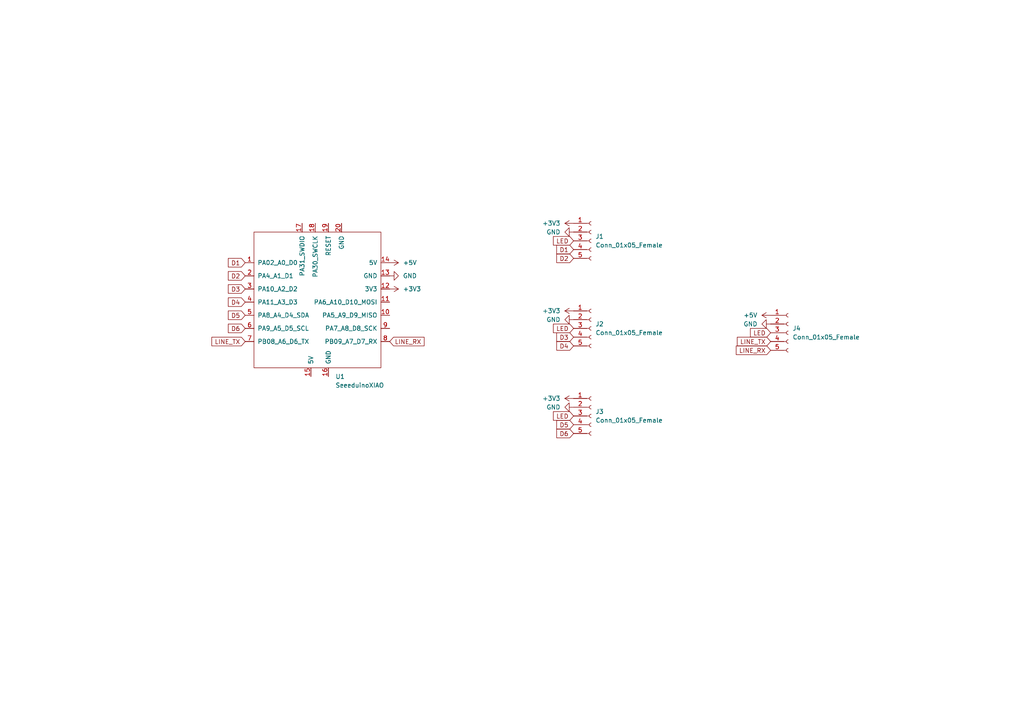
<source format=kicad_sch>
(kicad_sch (version 20230121) (generator eeschema)
  (paper "A4")
  (lib_symbols
    (symbol "Connector:Conn_01x05_Female" (pin_names (offset 1.016) hide)
      (property "Reference" "J" (at 0 7.62 0))
      (property "Value" "Conn_01x05_Female" (at 0 -7.62 0))
      (symbol "Conn_01x05_Female_1_1"
        (arc (start 0 -4.572) (mid -0.5058 -5.08) (end 0 -5.588) (stroke (width 0.1524)))
        (arc (start 0 -2.032) (mid -0.5058 -2.54) (end 0 -3.048) (stroke (width 0.1524)))
        (polyline (pts (xy -1.27 -5.08) (xy -0.508 -5.08)) (stroke (width 0.1524)))
        (polyline (pts (xy -1.27 -2.54) (xy -0.508 -2.54)) (stroke (width 0.1524)))
        (polyline (pts (xy -1.27 0) (xy -0.508 0)) (stroke (width 0.1524)))
        (polyline (pts (xy -1.27 2.54) (xy -0.508 2.54)) (stroke (width 0.1524)))
        (polyline (pts (xy -1.27 5.08) (xy -0.508 5.08)) (stroke (width 0.1524)))
        (arc (start 0 0.508) (mid -0.5058 0) (end 0 -0.508) (stroke (width 0.1524)))
        (arc (start 0 3.048) (mid -0.5058 2.54) (end 0 2.032) (stroke (width 0.1524)))
        (arc (start 0 5.588) (mid -0.5058 5.08) (end 0 4.572) (stroke (width 0.1524)))
        (pin passive line (at -5.08 5.08 0) (length 3.81) (name "Pin_1") (number "1"))
        (pin passive line (at -5.08 2.54 0) (length 3.81) (name "Pin_2") (number "2"))
        (pin passive line (at -5.08 0 0) (length 3.81) (name "Pin_3") (number "3"))
        (pin passive line (at -5.08 -2.54 0) (length 3.81) (name "Pin_4") (number "4"))
        (pin passive line (at -5.08 -5.08 0) (length 3.81) (name "Pin_5") (number "5"))
      )
    )
    (symbol "Seeeduino XIAO:SeeeduinoXIAO" (pin_names (offset 1.016))
      (property "Reference" "U" (at -19.05 22.86 0))
      (property "Value" "SeeeduinoXIAO" (at -12.7 21.59 0))
      (symbol "SeeeduinoXIAO_0_1"
        (rectangle (start -19.05 20.32) (end 17.78 -19.05))
      )
      (symbol "SeeeduinoXIAO_1_1"
        (pin unspecified line (at -21.59 11.43 0) (length 2.54) (name "PA02_A0_D0") (number "1"))
        (pin unspecified line (at 20.32 -3.81 180) (length 2.54) (name "PA5_A9_D9_MISO") (number "10"))
        (pin unspecified line (at 20.32 0 180) (length 2.54) (name "PA6_A10_D10_MOSI") (number "11"))
        (pin unspecified line (at 20.32 3.81 180) (length 2.54) (name "3V3") (number "12"))
        (pin unspecified line (at 20.32 7.62 180) (length 2.54) (name "GND") (number "13"))
        (pin unspecified line (at 20.32 11.43 180) (length 2.54) (name "5V") (number "14"))
        (pin input line (at -2.54 -21.59 90) (length 2.54) (name "5V") (number "15"))
        (pin input line (at 2.54 -21.59 90) (length 2.54) (name "GND") (number "16"))
        (pin input line (at -5.08 22.86 270) (length 2.54) (name "PA31_SWDIO") (number "17"))
        (pin input line (at -1.27 22.86 270) (length 2.54) (name "PA30_SWCLK") (number "18"))
        (pin input line (at 2.54 22.86 270) (length 2.54) (name "RESET") (number "19"))
        (pin unspecified line (at -21.59 7.62 0) (length 2.54) (name "PA4_A1_D1") (number "2"))
        (pin input line (at 6.35 22.86 270) (length 2.54) (name "GND") (number "20"))
        (pin unspecified line (at -21.59 3.81 0) (length 2.54) (name "PA10_A2_D2") (number "3"))
        (pin unspecified line (at -21.59 0 0) (length 2.54) (name "PA11_A3_D3") (number "4"))
        (pin unspecified line (at -21.59 -3.81 0) (length 2.54) (name "PA8_A4_D4_SDA") (number "5"))
        (pin unspecified line (at -21.59 -7.62 0) (length 2.54) (name "PA9_A5_D5_SCL") (number "6"))
        (pin unspecified line (at -21.59 -11.43 0) (length 2.54) (name "PB08_A6_D6_TX") (number "7"))
        (pin unspecified line (at 20.32 -11.43 180) (length 2.54) (name "PB09_A7_D7_RX") (number "8"))
        (pin unspecified line (at 20.32 -7.62 180) (length 2.54) (name "PA7_A8_D8_SCK") (number "9"))
      )
    )
    (symbol "power:+3V3" (power) (pin_names (offset 0))
      (property "Value" "+3V3" (at 0 3.556 0))
      (symbol "+3V3_0_1"
        (polyline (pts (xy -0.762 1.27) (xy 0 2.54)))
        (polyline (pts (xy 0 0) (xy 0 2.54)))
        (polyline (pts (xy 0 2.54) (xy 0.762 1.27)))
      )
      (symbol "+3V3_1_1"
        (pin power_in line (at 0 0 90) (length 0) hide (name "+3V3") (number "1"))
      )
    )
    (symbol "power:+5V" (power) (pin_names (offset 0))
      (property "Value" "+5V" (at 0 3.556 0))
      (symbol "+5V_0_1"
        (polyline (pts (xy -0.762 1.27) (xy 0 2.54)))
        (polyline (pts (xy 0 0) (xy 0 2.54)))
        (polyline (pts (xy 0 2.54) (xy 0.762 1.27)))
      )
      (symbol "+5V_1_1"
        (pin power_in line (at 0 0 90) (length 0) hide (name "+5V") (number "1"))
      )
    )
    (symbol "power:GND" (power) (pin_names (offset 0))
      (property "Value" "GND" (at 0 -3.81 0))
      (symbol "GND_0_1"
        (polyline (pts (xy 0 0) (xy 0 -1.27) (xy 1.27 -1.27) (xy 0 -2.54) (xy -1.27 -1.27) (xy 0 -1.27)))
      )
      (symbol "GND_1_1"
        (pin power_in line (at 0 0 270) (length 0) hide (name "GND") (number "1"))
      )
    )
  )
  (global_label "LINE_TX" (shape input) (at 71.12 99.06 180) (property "Intersheetrefs" "${INTERSHEET_REFS}" (effects hide)))
  (global_label "D2" (shape input) (at 166.37 74.93 180) (property "Intersheetrefs" "${INTERSHEET_REFS}" (effects hide)))
  (global_label "D3" (shape input) (at 71.12 83.82 180) (property "Intersheetrefs" "${INTERSHEET_REFS}" (effects hide)))
  (global_label "LED" (shape input) (at 166.37 120.65 180) (property "Intersheetrefs" "${INTERSHEET_REFS}" (effects hide)))
  (global_label "D3" (shape input) (at 166.37 97.79 180) (property "Intersheetrefs" "${INTERSHEET_REFS}" (effects hide)))
  (global_label "D1" (shape input) (at 71.12 76.2 180) (property "Intersheetrefs" "${INTERSHEET_REFS}" (effects hide)))
  (global_label "LED" (shape input) (at 223.52 96.52 180) (property "Intersheetrefs" "${INTERSHEET_REFS}" (effects hide)))
  (global_label "LED" (shape input) (at 166.37 69.85 180) (property "Intersheetrefs" "${INTERSHEET_REFS}" (effects hide)))
  (global_label "LINE_RX" (shape input) (at 223.52 101.6 180) (property "Intersheetrefs" "${INTERSHEET_REFS}" (effects hide)))
  (global_label "D4" (shape input) (at 71.12 87.63 180) (property "Intersheetrefs" "${INTERSHEET_REFS}" (effects hide)))
  (global_label "LINE_RX" (shape input) (at 113.03 99.06 0) (property "Intersheetrefs" "${INTERSHEET_REFS}" (effects hide)))
  (global_label "D2" (shape input) (at 71.12 80.01 180) (property "Intersheetrefs" "${INTERSHEET_REFS}" (effects hide)))
  (global_label "LINE_TX" (shape input) (at 223.52 99.06 180) (property "Intersheetrefs" "${INTERSHEET_REFS}" (effects hide)))
  (global_label "LED" (shape input) (at 166.37 95.25 180) (property "Intersheetrefs" "${INTERSHEET_REFS}" (effects hide)))
  (global_label "D5" (shape input) (at 166.37 123.19 180) (property "Intersheetrefs" "${INTERSHEET_REFS}" (effects hide)))
  (global_label "D6" (shape input) (at 71.12 95.25 180) (property "Intersheetrefs" "${INTERSHEET_REFS}" (effects hide)))
  (global_label "D1" (shape input) (at 166.37 72.39 180) (property "Intersheetrefs" "${INTERSHEET_REFS}" (effects hide)))
  (global_label "D4" (shape input) (at 166.37 100.33 180) (property "Intersheetrefs" "${INTERSHEET_REFS}" (effects hide)))
  (global_label "D5" (shape input) (at 71.12 91.44 180) (property "Intersheetrefs" "${INTERSHEET_REFS}" (effects hide)))
  (global_label "D6" (shape input) (at 166.37 125.73 180) (property "Intersheetrefs" "${INTERSHEET_REFS}" (effects hide)))
  (symbol (lib_id "Connector:Conn_01x05_Female") (at 171.45 69.85 0) (unit 1)
    (property "Reference" "J1" (at 172.72 68.5799 0) (effects (justify left)))
    (property "Value" "Conn_01x05_Female" (at 172.72 71.1199 0) (effects (justify left)))
    (property "Footprint" "Connector_PinSocket_2.54mm:PinSocket_1x05_P2.54mm_Horizontal" (effects hide))
  )
  (symbol (lib_id "Seeeduino XIAO:SeeeduinoXIAO") (at 92.71 87.63 0) (unit 1)
    (property "Reference" "U1" (at 97.2694 109.22 0) (effects (justify left)))
    (property "Value" "SeeeduinoXIAO" (at 97.2694 111.76 0) (effects (justify left)))
    (property "Footprint" "Seeeduino XIAO KICAD:Seeeduino XIAO-MOUDLE14P-2.54-21X17.8MM" (effects hide))
  )
  (symbol (lib_id "power:GND") (at 166.37 67.31 270) (unit 1)
    (property "Reference" "#PWR05" (effects hide))
    (property "Value" "GND" (at 162.56 67.3099 90) (effects (justify right)))
  )
  (symbol (lib_id "power:+5V") (at 113.03 76.2 270) (unit 1)
    (property "Reference" "#PWR01" (effects hide))
    (property "Value" "+5V" (at 116.84 76.1999 90) (effects (justify left)))
  )
  (symbol (lib_id "power:+3V3") (at 113.03 83.82 270) (unit 1)
    (property "Reference" "#PWR03" (effects hide))
    (property "Value" "+3V3" (at 116.84 83.8199 90) (effects (justify left)))
  )
  (symbol (lib_id "power:+3V3") (at 166.37 90.17 90) (unit 1)
    (property "Reference" "#PWR06" (effects hide))
    (property "Value" "+3V3" (at 162.56 90.1699 90) (effects (justify left)))
  )
  (symbol (lib_id "power:+3V3") (at 166.37 115.57 90) (unit 1)
    (property "Reference" "#PWR08" (effects hide))
    (property "Value" "+3V3" (at 162.56 115.5699 90) (effects (justify left)))
  )
  (symbol (lib_id "power:GND") (at 113.03 80.01 90) (unit 1)
    (property "Reference" "#PWR02" (effects hide))
    (property "Value" "GND" (at 116.84 80.0099 90) (effects (justify right)))
  )
  (symbol (lib_id "power:+5V") (at 223.52 91.44 90) (unit 1)
    (property "Reference" "#PWR010" (effects hide))
    (property "Value" "+5V" (at 219.71 91.4399 90) (effects (justify left)))
  )
  (symbol (lib_id "Connector:Conn_01x05_Female") (at 228.6 96.52 0) (unit 1)
    (property "Reference" "J4" (at 229.87 95.2499 0) (effects (justify left)))
    (property "Value" "Conn_01x05_Female" (at 229.87 97.7899 0) (effects (justify left)))
    (property "Footprint" "Connector_PinSocket_2.54mm:PinSocket_1x05_P2.54mm_Horizontal" (effects hide))
  )
  (symbol (lib_id "power:+3V3") (at 166.37 64.77 90) (unit 1)
    (property "Reference" "#PWR04" (effects hide))
    (property "Value" "+3V3" (at 162.56 64.7699 90) (effects (justify left)))
  )
  (symbol (lib_id "Connector:Conn_01x05_Female") (at 171.45 120.65 0) (unit 1)
    (property "Reference" "J3" (at 172.72 119.3799 0) (effects (justify left)))
    (property "Value" "Conn_01x05_Female" (at 172.72 121.9199 0) (effects (justify left)))
    (property "Footprint" "Connector_PinSocket_2.54mm:PinSocket_1x05_P2.54mm_Horizontal" (effects hide))
  )
  (symbol (lib_id "power:GND") (at 166.37 118.11 270) (unit 1)
    (property "Reference" "#PWR09" (effects hide))
    (property "Value" "GND" (at 162.56 118.1099 90) (effects (justify right)))
  )
  (symbol (lib_id "power:GND") (at 223.52 93.98 270) (unit 1)
    (property "Reference" "#PWR011" (effects hide))
    (property "Value" "GND" (at 219.71 93.9799 90) (effects (justify right)))
  )
  (symbol (lib_id "Connector:Conn_01x05_Female") (at 171.45 95.25 0) (unit 1)
    (property "Reference" "J2" (at 172.72 93.9799 0) (effects (justify left)))
    (property "Value" "Conn_01x05_Female" (at 172.72 96.5199 0) (effects (justify left)))
    (property "Footprint" "Connector_PinSocket_2.54mm:PinSocket_1x05_P2.54mm_Horizontal" (effects hide))
  )
  (symbol (lib_id "power:GND") (at 166.37 92.71 270) (unit 1)
    (property "Reference" "#PWR07" (effects hide))
    (property "Value" "GND" (at 162.56 92.7099 90) (effects (justify right)))
  )
)
</source>
